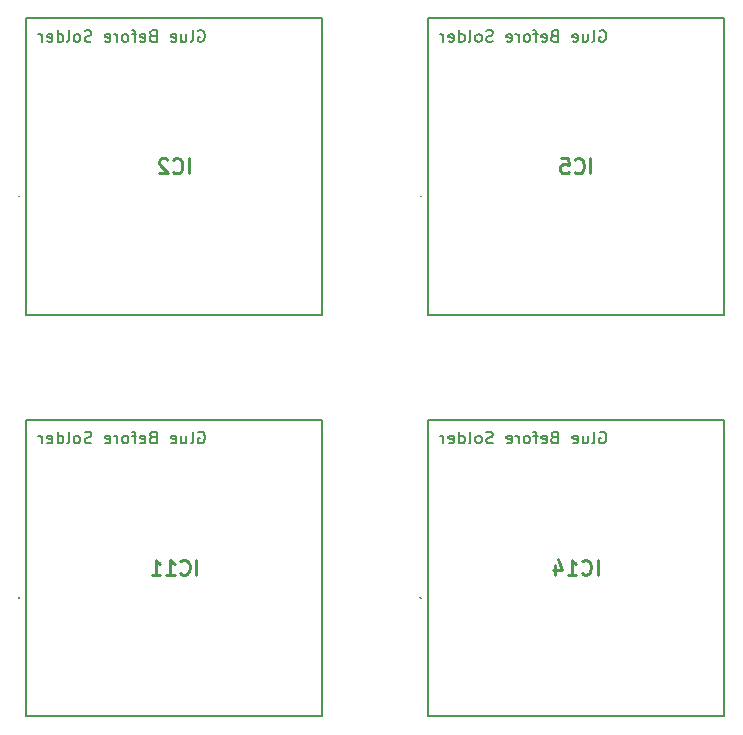
<source format=gbo>
%TF.GenerationSoftware,KiCad,Pcbnew,(6.0.4)*%
%TF.CreationDate,2022-12-06T00:22:49+09:00*%
%TF.ProjectId,gps-teseo-p,6770732d-7465-4736-956f-2d702e6b6963,rev?*%
%TF.SameCoordinates,Original*%
%TF.FileFunction,Legend,Bot*%
%TF.FilePolarity,Positive*%
%FSLAX46Y46*%
G04 Gerber Fmt 4.6, Leading zero omitted, Abs format (unit mm)*
G04 Created by KiCad (PCBNEW (6.0.4)) date 2022-12-06 00:22:49*
%MOMM*%
%LPD*%
G01*
G04 APERTURE LIST*
%ADD10C,0.150000*%
%ADD11C,0.254000*%
%ADD12C,0.100000*%
%ADD13C,0.200000*%
G04 APERTURE END LIST*
D10*
X112028571Y-78500000D02*
X112123809Y-78452380D01*
X112266666Y-78452380D01*
X112409523Y-78500000D01*
X112504761Y-78595238D01*
X112552380Y-78690476D01*
X112600000Y-78880952D01*
X112600000Y-79023809D01*
X112552380Y-79214285D01*
X112504761Y-79309523D01*
X112409523Y-79404761D01*
X112266666Y-79452380D01*
X112171428Y-79452380D01*
X112028571Y-79404761D01*
X111980952Y-79357142D01*
X111980952Y-79023809D01*
X112171428Y-79023809D01*
X111409523Y-79452380D02*
X111504761Y-79404761D01*
X111552380Y-79309523D01*
X111552380Y-78452380D01*
X110600000Y-78785714D02*
X110600000Y-79452380D01*
X111028571Y-78785714D02*
X111028571Y-79309523D01*
X110980952Y-79404761D01*
X110885714Y-79452380D01*
X110742857Y-79452380D01*
X110647619Y-79404761D01*
X110600000Y-79357142D01*
X109742857Y-79404761D02*
X109838095Y-79452380D01*
X110028571Y-79452380D01*
X110123809Y-79404761D01*
X110171428Y-79309523D01*
X110171428Y-78928571D01*
X110123809Y-78833333D01*
X110028571Y-78785714D01*
X109838095Y-78785714D01*
X109742857Y-78833333D01*
X109695238Y-78928571D01*
X109695238Y-79023809D01*
X110171428Y-79119047D01*
X108171428Y-78928571D02*
X108028571Y-78976190D01*
X107980952Y-79023809D01*
X107933333Y-79119047D01*
X107933333Y-79261904D01*
X107980952Y-79357142D01*
X108028571Y-79404761D01*
X108123809Y-79452380D01*
X108504761Y-79452380D01*
X108504761Y-78452380D01*
X108171428Y-78452380D01*
X108076190Y-78500000D01*
X108028571Y-78547619D01*
X107980952Y-78642857D01*
X107980952Y-78738095D01*
X108028571Y-78833333D01*
X108076190Y-78880952D01*
X108171428Y-78928571D01*
X108504761Y-78928571D01*
X107123809Y-79404761D02*
X107219047Y-79452380D01*
X107409523Y-79452380D01*
X107504761Y-79404761D01*
X107552380Y-79309523D01*
X107552380Y-78928571D01*
X107504761Y-78833333D01*
X107409523Y-78785714D01*
X107219047Y-78785714D01*
X107123809Y-78833333D01*
X107076190Y-78928571D01*
X107076190Y-79023809D01*
X107552380Y-79119047D01*
X106790476Y-78785714D02*
X106409523Y-78785714D01*
X106647619Y-79452380D02*
X106647619Y-78595238D01*
X106600000Y-78500000D01*
X106504761Y-78452380D01*
X106409523Y-78452380D01*
X105933333Y-79452380D02*
X106028571Y-79404761D01*
X106076190Y-79357142D01*
X106123809Y-79261904D01*
X106123809Y-78976190D01*
X106076190Y-78880952D01*
X106028571Y-78833333D01*
X105933333Y-78785714D01*
X105790476Y-78785714D01*
X105695238Y-78833333D01*
X105647619Y-78880952D01*
X105600000Y-78976190D01*
X105600000Y-79261904D01*
X105647619Y-79357142D01*
X105695238Y-79404761D01*
X105790476Y-79452380D01*
X105933333Y-79452380D01*
X105171428Y-79452380D02*
X105171428Y-78785714D01*
X105171428Y-78976190D02*
X105123809Y-78880952D01*
X105076190Y-78833333D01*
X104980952Y-78785714D01*
X104885714Y-78785714D01*
X104171428Y-79404761D02*
X104266666Y-79452380D01*
X104457142Y-79452380D01*
X104552380Y-79404761D01*
X104600000Y-79309523D01*
X104600000Y-78928571D01*
X104552380Y-78833333D01*
X104457142Y-78785714D01*
X104266666Y-78785714D01*
X104171428Y-78833333D01*
X104123809Y-78928571D01*
X104123809Y-79023809D01*
X104600000Y-79119047D01*
X102980952Y-79404761D02*
X102838095Y-79452380D01*
X102600000Y-79452380D01*
X102504761Y-79404761D01*
X102457142Y-79357142D01*
X102409523Y-79261904D01*
X102409523Y-79166666D01*
X102457142Y-79071428D01*
X102504761Y-79023809D01*
X102600000Y-78976190D01*
X102790476Y-78928571D01*
X102885714Y-78880952D01*
X102933333Y-78833333D01*
X102980952Y-78738095D01*
X102980952Y-78642857D01*
X102933333Y-78547619D01*
X102885714Y-78500000D01*
X102790476Y-78452380D01*
X102552380Y-78452380D01*
X102409523Y-78500000D01*
X101838095Y-79452380D02*
X101933333Y-79404761D01*
X101980952Y-79357142D01*
X102028571Y-79261904D01*
X102028571Y-78976190D01*
X101980952Y-78880952D01*
X101933333Y-78833333D01*
X101838095Y-78785714D01*
X101695238Y-78785714D01*
X101600000Y-78833333D01*
X101552380Y-78880952D01*
X101504761Y-78976190D01*
X101504761Y-79261904D01*
X101552380Y-79357142D01*
X101600000Y-79404761D01*
X101695238Y-79452380D01*
X101838095Y-79452380D01*
X100933333Y-79452380D02*
X101028571Y-79404761D01*
X101076190Y-79309523D01*
X101076190Y-78452380D01*
X100123809Y-79452380D02*
X100123809Y-78452380D01*
X100123809Y-79404761D02*
X100219047Y-79452380D01*
X100409523Y-79452380D01*
X100504761Y-79404761D01*
X100552380Y-79357142D01*
X100600000Y-79261904D01*
X100600000Y-78976190D01*
X100552380Y-78880952D01*
X100504761Y-78833333D01*
X100409523Y-78785714D01*
X100219047Y-78785714D01*
X100123809Y-78833333D01*
X99266666Y-79404761D02*
X99361904Y-79452380D01*
X99552380Y-79452380D01*
X99647619Y-79404761D01*
X99695238Y-79309523D01*
X99695238Y-78928571D01*
X99647619Y-78833333D01*
X99552380Y-78785714D01*
X99361904Y-78785714D01*
X99266666Y-78833333D01*
X99219047Y-78928571D01*
X99219047Y-79023809D01*
X99695238Y-79119047D01*
X98790476Y-79452380D02*
X98790476Y-78785714D01*
X98790476Y-78976190D02*
X98742857Y-78880952D01*
X98695238Y-78833333D01*
X98600000Y-78785714D01*
X98504761Y-78785714D01*
X78028571Y-78500000D02*
X78123809Y-78452380D01*
X78266666Y-78452380D01*
X78409523Y-78500000D01*
X78504761Y-78595238D01*
X78552380Y-78690476D01*
X78600000Y-78880952D01*
X78600000Y-79023809D01*
X78552380Y-79214285D01*
X78504761Y-79309523D01*
X78409523Y-79404761D01*
X78266666Y-79452380D01*
X78171428Y-79452380D01*
X78028571Y-79404761D01*
X77980952Y-79357142D01*
X77980952Y-79023809D01*
X78171428Y-79023809D01*
X77409523Y-79452380D02*
X77504761Y-79404761D01*
X77552380Y-79309523D01*
X77552380Y-78452380D01*
X76600000Y-78785714D02*
X76600000Y-79452380D01*
X77028571Y-78785714D02*
X77028571Y-79309523D01*
X76980952Y-79404761D01*
X76885714Y-79452380D01*
X76742857Y-79452380D01*
X76647619Y-79404761D01*
X76600000Y-79357142D01*
X75742857Y-79404761D02*
X75838095Y-79452380D01*
X76028571Y-79452380D01*
X76123809Y-79404761D01*
X76171428Y-79309523D01*
X76171428Y-78928571D01*
X76123809Y-78833333D01*
X76028571Y-78785714D01*
X75838095Y-78785714D01*
X75742857Y-78833333D01*
X75695238Y-78928571D01*
X75695238Y-79023809D01*
X76171428Y-79119047D01*
X74171428Y-78928571D02*
X74028571Y-78976190D01*
X73980952Y-79023809D01*
X73933333Y-79119047D01*
X73933333Y-79261904D01*
X73980952Y-79357142D01*
X74028571Y-79404761D01*
X74123809Y-79452380D01*
X74504761Y-79452380D01*
X74504761Y-78452380D01*
X74171428Y-78452380D01*
X74076190Y-78500000D01*
X74028571Y-78547619D01*
X73980952Y-78642857D01*
X73980952Y-78738095D01*
X74028571Y-78833333D01*
X74076190Y-78880952D01*
X74171428Y-78928571D01*
X74504761Y-78928571D01*
X73123809Y-79404761D02*
X73219047Y-79452380D01*
X73409523Y-79452380D01*
X73504761Y-79404761D01*
X73552380Y-79309523D01*
X73552380Y-78928571D01*
X73504761Y-78833333D01*
X73409523Y-78785714D01*
X73219047Y-78785714D01*
X73123809Y-78833333D01*
X73076190Y-78928571D01*
X73076190Y-79023809D01*
X73552380Y-79119047D01*
X72790476Y-78785714D02*
X72409523Y-78785714D01*
X72647619Y-79452380D02*
X72647619Y-78595238D01*
X72600000Y-78500000D01*
X72504761Y-78452380D01*
X72409523Y-78452380D01*
X71933333Y-79452380D02*
X72028571Y-79404761D01*
X72076190Y-79357142D01*
X72123809Y-79261904D01*
X72123809Y-78976190D01*
X72076190Y-78880952D01*
X72028571Y-78833333D01*
X71933333Y-78785714D01*
X71790476Y-78785714D01*
X71695238Y-78833333D01*
X71647619Y-78880952D01*
X71600000Y-78976190D01*
X71600000Y-79261904D01*
X71647619Y-79357142D01*
X71695238Y-79404761D01*
X71790476Y-79452380D01*
X71933333Y-79452380D01*
X71171428Y-79452380D02*
X71171428Y-78785714D01*
X71171428Y-78976190D02*
X71123809Y-78880952D01*
X71076190Y-78833333D01*
X70980952Y-78785714D01*
X70885714Y-78785714D01*
X70171428Y-79404761D02*
X70266666Y-79452380D01*
X70457142Y-79452380D01*
X70552380Y-79404761D01*
X70600000Y-79309523D01*
X70600000Y-78928571D01*
X70552380Y-78833333D01*
X70457142Y-78785714D01*
X70266666Y-78785714D01*
X70171428Y-78833333D01*
X70123809Y-78928571D01*
X70123809Y-79023809D01*
X70600000Y-79119047D01*
X68980952Y-79404761D02*
X68838095Y-79452380D01*
X68600000Y-79452380D01*
X68504761Y-79404761D01*
X68457142Y-79357142D01*
X68409523Y-79261904D01*
X68409523Y-79166666D01*
X68457142Y-79071428D01*
X68504761Y-79023809D01*
X68600000Y-78976190D01*
X68790476Y-78928571D01*
X68885714Y-78880952D01*
X68933333Y-78833333D01*
X68980952Y-78738095D01*
X68980952Y-78642857D01*
X68933333Y-78547619D01*
X68885714Y-78500000D01*
X68790476Y-78452380D01*
X68552380Y-78452380D01*
X68409523Y-78500000D01*
X67838095Y-79452380D02*
X67933333Y-79404761D01*
X67980952Y-79357142D01*
X68028571Y-79261904D01*
X68028571Y-78976190D01*
X67980952Y-78880952D01*
X67933333Y-78833333D01*
X67838095Y-78785714D01*
X67695238Y-78785714D01*
X67600000Y-78833333D01*
X67552380Y-78880952D01*
X67504761Y-78976190D01*
X67504761Y-79261904D01*
X67552380Y-79357142D01*
X67600000Y-79404761D01*
X67695238Y-79452380D01*
X67838095Y-79452380D01*
X66933333Y-79452380D02*
X67028571Y-79404761D01*
X67076190Y-79309523D01*
X67076190Y-78452380D01*
X66123809Y-79452380D02*
X66123809Y-78452380D01*
X66123809Y-79404761D02*
X66219047Y-79452380D01*
X66409523Y-79452380D01*
X66504761Y-79404761D01*
X66552380Y-79357142D01*
X66600000Y-79261904D01*
X66600000Y-78976190D01*
X66552380Y-78880952D01*
X66504761Y-78833333D01*
X66409523Y-78785714D01*
X66219047Y-78785714D01*
X66123809Y-78833333D01*
X65266666Y-79404761D02*
X65361904Y-79452380D01*
X65552380Y-79452380D01*
X65647619Y-79404761D01*
X65695238Y-79309523D01*
X65695238Y-78928571D01*
X65647619Y-78833333D01*
X65552380Y-78785714D01*
X65361904Y-78785714D01*
X65266666Y-78833333D01*
X65219047Y-78928571D01*
X65219047Y-79023809D01*
X65695238Y-79119047D01*
X64790476Y-79452380D02*
X64790476Y-78785714D01*
X64790476Y-78976190D02*
X64742857Y-78880952D01*
X64695238Y-78833333D01*
X64600000Y-78785714D01*
X64504761Y-78785714D01*
X112028571Y-44500000D02*
X112123809Y-44452380D01*
X112266666Y-44452380D01*
X112409523Y-44500000D01*
X112504761Y-44595238D01*
X112552380Y-44690476D01*
X112600000Y-44880952D01*
X112600000Y-45023809D01*
X112552380Y-45214285D01*
X112504761Y-45309523D01*
X112409523Y-45404761D01*
X112266666Y-45452380D01*
X112171428Y-45452380D01*
X112028571Y-45404761D01*
X111980952Y-45357142D01*
X111980952Y-45023809D01*
X112171428Y-45023809D01*
X111409523Y-45452380D02*
X111504761Y-45404761D01*
X111552380Y-45309523D01*
X111552380Y-44452380D01*
X110600000Y-44785714D02*
X110600000Y-45452380D01*
X111028571Y-44785714D02*
X111028571Y-45309523D01*
X110980952Y-45404761D01*
X110885714Y-45452380D01*
X110742857Y-45452380D01*
X110647619Y-45404761D01*
X110600000Y-45357142D01*
X109742857Y-45404761D02*
X109838095Y-45452380D01*
X110028571Y-45452380D01*
X110123809Y-45404761D01*
X110171428Y-45309523D01*
X110171428Y-44928571D01*
X110123809Y-44833333D01*
X110028571Y-44785714D01*
X109838095Y-44785714D01*
X109742857Y-44833333D01*
X109695238Y-44928571D01*
X109695238Y-45023809D01*
X110171428Y-45119047D01*
X108171428Y-44928571D02*
X108028571Y-44976190D01*
X107980952Y-45023809D01*
X107933333Y-45119047D01*
X107933333Y-45261904D01*
X107980952Y-45357142D01*
X108028571Y-45404761D01*
X108123809Y-45452380D01*
X108504761Y-45452380D01*
X108504761Y-44452380D01*
X108171428Y-44452380D01*
X108076190Y-44500000D01*
X108028571Y-44547619D01*
X107980952Y-44642857D01*
X107980952Y-44738095D01*
X108028571Y-44833333D01*
X108076190Y-44880952D01*
X108171428Y-44928571D01*
X108504761Y-44928571D01*
X107123809Y-45404761D02*
X107219047Y-45452380D01*
X107409523Y-45452380D01*
X107504761Y-45404761D01*
X107552380Y-45309523D01*
X107552380Y-44928571D01*
X107504761Y-44833333D01*
X107409523Y-44785714D01*
X107219047Y-44785714D01*
X107123809Y-44833333D01*
X107076190Y-44928571D01*
X107076190Y-45023809D01*
X107552380Y-45119047D01*
X106790476Y-44785714D02*
X106409523Y-44785714D01*
X106647619Y-45452380D02*
X106647619Y-44595238D01*
X106600000Y-44500000D01*
X106504761Y-44452380D01*
X106409523Y-44452380D01*
X105933333Y-45452380D02*
X106028571Y-45404761D01*
X106076190Y-45357142D01*
X106123809Y-45261904D01*
X106123809Y-44976190D01*
X106076190Y-44880952D01*
X106028571Y-44833333D01*
X105933333Y-44785714D01*
X105790476Y-44785714D01*
X105695238Y-44833333D01*
X105647619Y-44880952D01*
X105600000Y-44976190D01*
X105600000Y-45261904D01*
X105647619Y-45357142D01*
X105695238Y-45404761D01*
X105790476Y-45452380D01*
X105933333Y-45452380D01*
X105171428Y-45452380D02*
X105171428Y-44785714D01*
X105171428Y-44976190D02*
X105123809Y-44880952D01*
X105076190Y-44833333D01*
X104980952Y-44785714D01*
X104885714Y-44785714D01*
X104171428Y-45404761D02*
X104266666Y-45452380D01*
X104457142Y-45452380D01*
X104552380Y-45404761D01*
X104600000Y-45309523D01*
X104600000Y-44928571D01*
X104552380Y-44833333D01*
X104457142Y-44785714D01*
X104266666Y-44785714D01*
X104171428Y-44833333D01*
X104123809Y-44928571D01*
X104123809Y-45023809D01*
X104600000Y-45119047D01*
X102980952Y-45404761D02*
X102838095Y-45452380D01*
X102600000Y-45452380D01*
X102504761Y-45404761D01*
X102457142Y-45357142D01*
X102409523Y-45261904D01*
X102409523Y-45166666D01*
X102457142Y-45071428D01*
X102504761Y-45023809D01*
X102600000Y-44976190D01*
X102790476Y-44928571D01*
X102885714Y-44880952D01*
X102933333Y-44833333D01*
X102980952Y-44738095D01*
X102980952Y-44642857D01*
X102933333Y-44547619D01*
X102885714Y-44500000D01*
X102790476Y-44452380D01*
X102552380Y-44452380D01*
X102409523Y-44500000D01*
X101838095Y-45452380D02*
X101933333Y-45404761D01*
X101980952Y-45357142D01*
X102028571Y-45261904D01*
X102028571Y-44976190D01*
X101980952Y-44880952D01*
X101933333Y-44833333D01*
X101838095Y-44785714D01*
X101695238Y-44785714D01*
X101600000Y-44833333D01*
X101552380Y-44880952D01*
X101504761Y-44976190D01*
X101504761Y-45261904D01*
X101552380Y-45357142D01*
X101600000Y-45404761D01*
X101695238Y-45452380D01*
X101838095Y-45452380D01*
X100933333Y-45452380D02*
X101028571Y-45404761D01*
X101076190Y-45309523D01*
X101076190Y-44452380D01*
X100123809Y-45452380D02*
X100123809Y-44452380D01*
X100123809Y-45404761D02*
X100219047Y-45452380D01*
X100409523Y-45452380D01*
X100504761Y-45404761D01*
X100552380Y-45357142D01*
X100600000Y-45261904D01*
X100600000Y-44976190D01*
X100552380Y-44880952D01*
X100504761Y-44833333D01*
X100409523Y-44785714D01*
X100219047Y-44785714D01*
X100123809Y-44833333D01*
X99266666Y-45404761D02*
X99361904Y-45452380D01*
X99552380Y-45452380D01*
X99647619Y-45404761D01*
X99695238Y-45309523D01*
X99695238Y-44928571D01*
X99647619Y-44833333D01*
X99552380Y-44785714D01*
X99361904Y-44785714D01*
X99266666Y-44833333D01*
X99219047Y-44928571D01*
X99219047Y-45023809D01*
X99695238Y-45119047D01*
X98790476Y-45452380D02*
X98790476Y-44785714D01*
X98790476Y-44976190D02*
X98742857Y-44880952D01*
X98695238Y-44833333D01*
X98600000Y-44785714D01*
X98504761Y-44785714D01*
X78028571Y-44500000D02*
X78123809Y-44452380D01*
X78266666Y-44452380D01*
X78409523Y-44500000D01*
X78504761Y-44595238D01*
X78552380Y-44690476D01*
X78600000Y-44880952D01*
X78600000Y-45023809D01*
X78552380Y-45214285D01*
X78504761Y-45309523D01*
X78409523Y-45404761D01*
X78266666Y-45452380D01*
X78171428Y-45452380D01*
X78028571Y-45404761D01*
X77980952Y-45357142D01*
X77980952Y-45023809D01*
X78171428Y-45023809D01*
X77409523Y-45452380D02*
X77504761Y-45404761D01*
X77552380Y-45309523D01*
X77552380Y-44452380D01*
X76600000Y-44785714D02*
X76600000Y-45452380D01*
X77028571Y-44785714D02*
X77028571Y-45309523D01*
X76980952Y-45404761D01*
X76885714Y-45452380D01*
X76742857Y-45452380D01*
X76647619Y-45404761D01*
X76600000Y-45357142D01*
X75742857Y-45404761D02*
X75838095Y-45452380D01*
X76028571Y-45452380D01*
X76123809Y-45404761D01*
X76171428Y-45309523D01*
X76171428Y-44928571D01*
X76123809Y-44833333D01*
X76028571Y-44785714D01*
X75838095Y-44785714D01*
X75742857Y-44833333D01*
X75695238Y-44928571D01*
X75695238Y-45023809D01*
X76171428Y-45119047D01*
X74171428Y-44928571D02*
X74028571Y-44976190D01*
X73980952Y-45023809D01*
X73933333Y-45119047D01*
X73933333Y-45261904D01*
X73980952Y-45357142D01*
X74028571Y-45404761D01*
X74123809Y-45452380D01*
X74504761Y-45452380D01*
X74504761Y-44452380D01*
X74171428Y-44452380D01*
X74076190Y-44500000D01*
X74028571Y-44547619D01*
X73980952Y-44642857D01*
X73980952Y-44738095D01*
X74028571Y-44833333D01*
X74076190Y-44880952D01*
X74171428Y-44928571D01*
X74504761Y-44928571D01*
X73123809Y-45404761D02*
X73219047Y-45452380D01*
X73409523Y-45452380D01*
X73504761Y-45404761D01*
X73552380Y-45309523D01*
X73552380Y-44928571D01*
X73504761Y-44833333D01*
X73409523Y-44785714D01*
X73219047Y-44785714D01*
X73123809Y-44833333D01*
X73076190Y-44928571D01*
X73076190Y-45023809D01*
X73552380Y-45119047D01*
X72790476Y-44785714D02*
X72409523Y-44785714D01*
X72647619Y-45452380D02*
X72647619Y-44595238D01*
X72600000Y-44500000D01*
X72504761Y-44452380D01*
X72409523Y-44452380D01*
X71933333Y-45452380D02*
X72028571Y-45404761D01*
X72076190Y-45357142D01*
X72123809Y-45261904D01*
X72123809Y-44976190D01*
X72076190Y-44880952D01*
X72028571Y-44833333D01*
X71933333Y-44785714D01*
X71790476Y-44785714D01*
X71695238Y-44833333D01*
X71647619Y-44880952D01*
X71600000Y-44976190D01*
X71600000Y-45261904D01*
X71647619Y-45357142D01*
X71695238Y-45404761D01*
X71790476Y-45452380D01*
X71933333Y-45452380D01*
X71171428Y-45452380D02*
X71171428Y-44785714D01*
X71171428Y-44976190D02*
X71123809Y-44880952D01*
X71076190Y-44833333D01*
X70980952Y-44785714D01*
X70885714Y-44785714D01*
X70171428Y-45404761D02*
X70266666Y-45452380D01*
X70457142Y-45452380D01*
X70552380Y-45404761D01*
X70600000Y-45309523D01*
X70600000Y-44928571D01*
X70552380Y-44833333D01*
X70457142Y-44785714D01*
X70266666Y-44785714D01*
X70171428Y-44833333D01*
X70123809Y-44928571D01*
X70123809Y-45023809D01*
X70600000Y-45119047D01*
X68980952Y-45404761D02*
X68838095Y-45452380D01*
X68600000Y-45452380D01*
X68504761Y-45404761D01*
X68457142Y-45357142D01*
X68409523Y-45261904D01*
X68409523Y-45166666D01*
X68457142Y-45071428D01*
X68504761Y-45023809D01*
X68600000Y-44976190D01*
X68790476Y-44928571D01*
X68885714Y-44880952D01*
X68933333Y-44833333D01*
X68980952Y-44738095D01*
X68980952Y-44642857D01*
X68933333Y-44547619D01*
X68885714Y-44500000D01*
X68790476Y-44452380D01*
X68552380Y-44452380D01*
X68409523Y-44500000D01*
X67838095Y-45452380D02*
X67933333Y-45404761D01*
X67980952Y-45357142D01*
X68028571Y-45261904D01*
X68028571Y-44976190D01*
X67980952Y-44880952D01*
X67933333Y-44833333D01*
X67838095Y-44785714D01*
X67695238Y-44785714D01*
X67600000Y-44833333D01*
X67552380Y-44880952D01*
X67504761Y-44976190D01*
X67504761Y-45261904D01*
X67552380Y-45357142D01*
X67600000Y-45404761D01*
X67695238Y-45452380D01*
X67838095Y-45452380D01*
X66933333Y-45452380D02*
X67028571Y-45404761D01*
X67076190Y-45309523D01*
X67076190Y-44452380D01*
X66123809Y-45452380D02*
X66123809Y-44452380D01*
X66123809Y-45404761D02*
X66219047Y-45452380D01*
X66409523Y-45452380D01*
X66504761Y-45404761D01*
X66552380Y-45357142D01*
X66600000Y-45261904D01*
X66600000Y-44976190D01*
X66552380Y-44880952D01*
X66504761Y-44833333D01*
X66409523Y-44785714D01*
X66219047Y-44785714D01*
X66123809Y-44833333D01*
X65266666Y-45404761D02*
X65361904Y-45452380D01*
X65552380Y-45452380D01*
X65647619Y-45404761D01*
X65695238Y-45309523D01*
X65695238Y-44928571D01*
X65647619Y-44833333D01*
X65552380Y-44785714D01*
X65361904Y-44785714D01*
X65266666Y-44833333D01*
X65219047Y-44928571D01*
X65219047Y-45023809D01*
X65695238Y-45119047D01*
X64790476Y-45452380D02*
X64790476Y-44785714D01*
X64790476Y-44976190D02*
X64742857Y-44880952D01*
X64695238Y-44833333D01*
X64600000Y-44785714D01*
X64504761Y-44785714D01*
D11*
%TO.C,IC14*%
X111844523Y-90574523D02*
X111844523Y-89304523D01*
X110514047Y-90453571D02*
X110574523Y-90514047D01*
X110755952Y-90574523D01*
X110876904Y-90574523D01*
X111058333Y-90514047D01*
X111179285Y-90393095D01*
X111239761Y-90272142D01*
X111300238Y-90030238D01*
X111300238Y-89848809D01*
X111239761Y-89606904D01*
X111179285Y-89485952D01*
X111058333Y-89365000D01*
X110876904Y-89304523D01*
X110755952Y-89304523D01*
X110574523Y-89365000D01*
X110514047Y-89425476D01*
X109304523Y-90574523D02*
X110030238Y-90574523D01*
X109667380Y-90574523D02*
X109667380Y-89304523D01*
X109788333Y-89485952D01*
X109909285Y-89606904D01*
X110030238Y-89667380D01*
X108215952Y-89727857D02*
X108215952Y-90574523D01*
X108518333Y-89244047D02*
X108820714Y-90151190D01*
X108034523Y-90151190D01*
%TO.C,IC11*%
X77844523Y-90574523D02*
X77844523Y-89304523D01*
X76514047Y-90453571D02*
X76574523Y-90514047D01*
X76755952Y-90574523D01*
X76876904Y-90574523D01*
X77058333Y-90514047D01*
X77179285Y-90393095D01*
X77239761Y-90272142D01*
X77300238Y-90030238D01*
X77300238Y-89848809D01*
X77239761Y-89606904D01*
X77179285Y-89485952D01*
X77058333Y-89365000D01*
X76876904Y-89304523D01*
X76755952Y-89304523D01*
X76574523Y-89365000D01*
X76514047Y-89425476D01*
X75304523Y-90574523D02*
X76030238Y-90574523D01*
X75667380Y-90574523D02*
X75667380Y-89304523D01*
X75788333Y-89485952D01*
X75909285Y-89606904D01*
X76030238Y-89667380D01*
X74095000Y-90574523D02*
X74820714Y-90574523D01*
X74457857Y-90574523D02*
X74457857Y-89304523D01*
X74578809Y-89485952D01*
X74699761Y-89606904D01*
X74820714Y-89667380D01*
%TO.C,IC5*%
X111239761Y-56574523D02*
X111239761Y-55304523D01*
X109909285Y-56453571D02*
X109969761Y-56514047D01*
X110151190Y-56574523D01*
X110272142Y-56574523D01*
X110453571Y-56514047D01*
X110574523Y-56393095D01*
X110635000Y-56272142D01*
X110695476Y-56030238D01*
X110695476Y-55848809D01*
X110635000Y-55606904D01*
X110574523Y-55485952D01*
X110453571Y-55365000D01*
X110272142Y-55304523D01*
X110151190Y-55304523D01*
X109969761Y-55365000D01*
X109909285Y-55425476D01*
X108760238Y-55304523D02*
X109365000Y-55304523D01*
X109425476Y-55909285D01*
X109365000Y-55848809D01*
X109244047Y-55788333D01*
X108941666Y-55788333D01*
X108820714Y-55848809D01*
X108760238Y-55909285D01*
X108699761Y-56030238D01*
X108699761Y-56332619D01*
X108760238Y-56453571D01*
X108820714Y-56514047D01*
X108941666Y-56574523D01*
X109244047Y-56574523D01*
X109365000Y-56514047D01*
X109425476Y-56453571D01*
%TO.C,IC2*%
X77239761Y-56574523D02*
X77239761Y-55304523D01*
X75909285Y-56453571D02*
X75969761Y-56514047D01*
X76151190Y-56574523D01*
X76272142Y-56574523D01*
X76453571Y-56514047D01*
X76574523Y-56393095D01*
X76635000Y-56272142D01*
X76695476Y-56030238D01*
X76695476Y-55848809D01*
X76635000Y-55606904D01*
X76574523Y-55485952D01*
X76453571Y-55365000D01*
X76272142Y-55304523D01*
X76151190Y-55304523D01*
X75969761Y-55365000D01*
X75909285Y-55425476D01*
X75425476Y-55425476D02*
X75365000Y-55365000D01*
X75244047Y-55304523D01*
X74941666Y-55304523D01*
X74820714Y-55365000D01*
X74760238Y-55425476D01*
X74699761Y-55546428D01*
X74699761Y-55667380D01*
X74760238Y-55848809D01*
X75485952Y-56574523D01*
X74699761Y-56574523D01*
D12*
%TO.C,IC14*%
X96900000Y-92500000D02*
G75*
G03*
X96800000Y-92500000I-50000J0D01*
G01*
X96800000Y-92500000D02*
G75*
G03*
X96900000Y-92500000I50000J0D01*
G01*
D13*
X97450000Y-102550000D02*
X122550000Y-102550000D01*
X122550000Y-77450000D02*
X97450000Y-77450000D01*
X122550000Y-102550000D02*
X122550000Y-77450000D01*
D12*
X96800000Y-92500000D02*
X96800000Y-92500000D01*
X96900000Y-92500000D02*
X96900000Y-92500000D01*
D13*
X97450000Y-77450000D02*
X97450000Y-102550000D01*
D12*
%TO.C,IC11*%
X62900000Y-92500000D02*
G75*
G03*
X62800000Y-92500000I-50000J0D01*
G01*
X62800000Y-92500000D02*
G75*
G03*
X62900000Y-92500000I50000J0D01*
G01*
D13*
X63450000Y-102550000D02*
X88550000Y-102550000D01*
X88550000Y-77450000D02*
X63450000Y-77450000D01*
X88550000Y-102550000D02*
X88550000Y-77450000D01*
D12*
X62800000Y-92500000D02*
X62800000Y-92500000D01*
X62900000Y-92500000D02*
X62900000Y-92500000D01*
D13*
X63450000Y-77450000D02*
X63450000Y-102550000D01*
D12*
%TO.C,IC5*%
X96900000Y-58500000D02*
G75*
G03*
X96800000Y-58500000I-50000J0D01*
G01*
X96800000Y-58500000D02*
G75*
G03*
X96900000Y-58500000I50000J0D01*
G01*
D13*
X97450000Y-68550000D02*
X122550000Y-68550000D01*
X122550000Y-43450000D02*
X97450000Y-43450000D01*
X122550000Y-68550000D02*
X122550000Y-43450000D01*
D12*
X96800000Y-58500000D02*
X96800000Y-58500000D01*
X96900000Y-58500000D02*
X96900000Y-58500000D01*
D13*
X97450000Y-43450000D02*
X97450000Y-68550000D01*
D12*
%TO.C,IC2*%
X62900000Y-58500000D02*
G75*
G03*
X62800000Y-58500000I-50000J0D01*
G01*
X62800000Y-58500000D02*
G75*
G03*
X62900000Y-58500000I50000J0D01*
G01*
D13*
X63450000Y-68550000D02*
X88550000Y-68550000D01*
X88550000Y-43450000D02*
X63450000Y-43450000D01*
X88550000Y-68550000D02*
X88550000Y-43450000D01*
D12*
X62800000Y-58500000D02*
X62800000Y-58500000D01*
X62900000Y-58500000D02*
X62900000Y-58500000D01*
D13*
X63450000Y-43450000D02*
X63450000Y-68550000D01*
%TD*%
M02*

</source>
